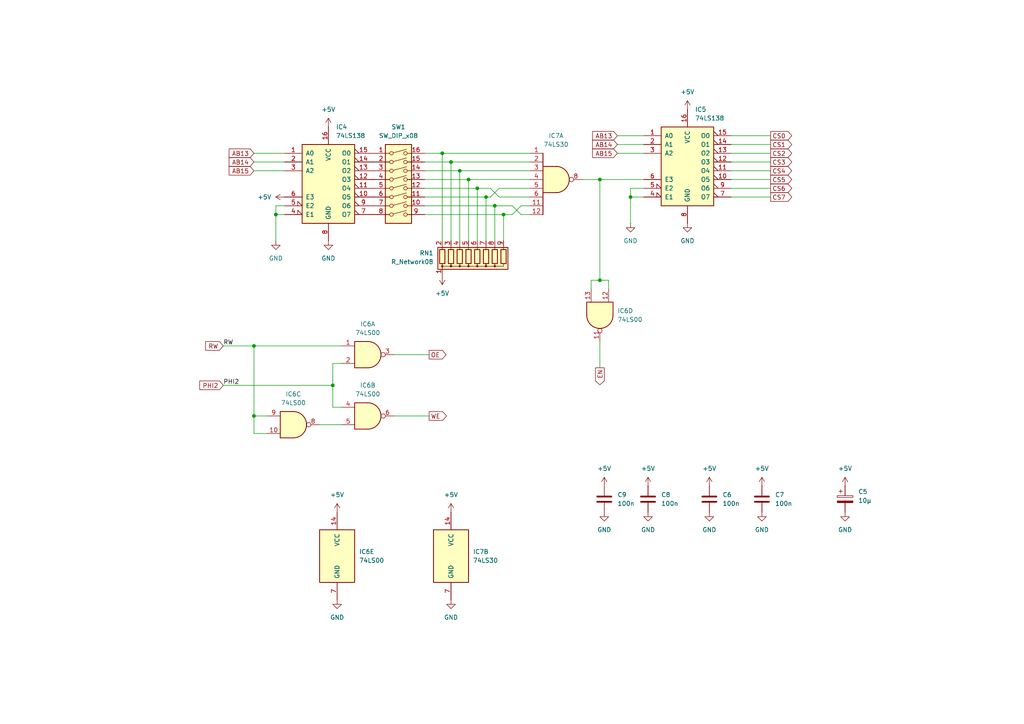
<source format=kicad_sch>
(kicad_sch (version 20231120) (generator "eeschema") (generator_version "8.0")
  (paper "A4")
  (lib_symbols
    (symbol "74xx:74LS00" (pin_names (offset 1.016))
      (property "Reference" "U" (at 0 1.27 0))
      (property "Value" "74LS00" (at 0 -1.27 0))
      (symbol "74LS00_1_1"
        (arc (start 0 -3.81) (mid 3.7934 0) (end 0 3.81) (stroke (width 0.254)) (fill (type background)))
        (polyline (pts (xy 0 3.81) (xy -3.81 3.81) (xy -3.81 -3.81) (xy 0 -3.81)) (stroke (width 0.254)) (fill (type background)))
        (pin input line (at -7.62 2.54 0) (length 3.81) (name "~") (number "1"))
        (pin input line (at -7.62 -2.54 0) (length 3.81) (name "~") (number "2"))
        (pin output inverted (at 7.62 0 180) (length 3.81) (name "~") (number "3"))
      )
      (symbol "74LS00_1_2"
        (arc (start -3.81 -3.81) (mid -2.589 0) (end -3.81 3.81) (stroke (width 0.254)))
        (arc (start -0.6096 -3.81) (mid 2.1842 -2.5851) (end 3.81 0) (stroke (width 0.254)) (fill (type background)))
        (polyline (pts (xy -3.81 -3.81) (xy -0.635 -3.81)) (stroke (width 0.254)) (fill (type background)))
        (polyline (pts (xy -3.81 3.81) (xy -0.635 3.81)) (stroke (width 0.254)) (fill (type background)))
        (polyline (pts (xy -0.635 3.81) (xy -3.81 3.81) (xy -3.81 3.81) (xy -3.556 3.4036) (xy -3.0226 2.2606) (xy -2.6924 1.0414) (xy -2.6162 -0.254) (xy -2.7686 -1.4986) (xy -3.175 -2.7178) (xy -3.81 -3.81) (xy -3.81 -3.81) (xy -0.635 -3.81)) (stroke (width -25.4)) (fill (type background)))
        (arc (start 3.81 0) (mid 2.1915 2.5936) (end -0.6096 3.81) (stroke (width 0.254)) (fill (type background)))
        (pin input inverted (at -7.62 2.54 0) (length 4.318) (name "~") (number "1"))
        (pin input inverted (at -7.62 -2.54 0) (length 4.318) (name "~") (number "2"))
        (pin output line (at 7.62 0 180) (length 3.81) (name "~") (number "3"))
      )
      (symbol "74LS00_2_1"
        (arc (start 0 -3.81) (mid 3.7934 0) (end 0 3.81) (stroke (width 0.254)) (fill (type background)))
        (polyline (pts (xy 0 3.81) (xy -3.81 3.81) (xy -3.81 -3.81) (xy 0 -3.81)) (stroke (width 0.254)) (fill (type background)))
        (pin input line (at -7.62 2.54 0) (length 3.81) (name "~") (number "4"))
        (pin input line (at -7.62 -2.54 0) (length 3.81) (name "~") (number "5"))
        (pin output inverted (at 7.62 0 180) (length 3.81) (name "~") (number "6"))
      )
      (symbol "74LS00_2_2"
        (arc (start -3.81 -3.81) (mid -2.589 0) (end -3.81 3.81) (stroke (width 0.254)))
        (arc (start -0.6096 -3.81) (mid 2.1842 -2.5851) (end 3.81 0) (stroke (width 0.254)) (fill (type background)))
        (polyline (pts (xy -3.81 -3.81) (xy -0.635 -3.81)) (stroke (width 0.254)) (fill (type background)))
        (polyline (pts (xy -3.81 3.81) (xy -0.635 3.81)) (stroke (width 0.254)) (fill (type background)))
        (polyline (pts (xy -0.635 3.81) (xy -3.81 3.81) (xy -3.81 3.81) (xy -3.556 3.4036) (xy -3.0226 2.2606) (xy -2.6924 1.0414) (xy -2.6162 -0.254) (xy -2.7686 -1.4986) (xy -3.175 -2.7178) (xy -3.81 -3.81) (xy -3.81 -3.81) (xy -0.635 -3.81)) (stroke (width -25.4)) (fill (type background)))
        (arc (start 3.81 0) (mid 2.1915 2.5936) (end -0.6096 3.81) (stroke (width 0.254)) (fill (type background)))
        (pin input inverted (at -7.62 2.54 0) (length 4.318) (name "~") (number "4"))
        (pin input inverted (at -7.62 -2.54 0) (length 4.318) (name "~") (number "5"))
        (pin output line (at 7.62 0 180) (length 3.81) (name "~") (number "6"))
      )
      (symbol "74LS00_3_1"
        (arc (start 0 -3.81) (mid 3.7934 0) (end 0 3.81) (stroke (width 0.254)) (fill (type background)))
        (polyline (pts (xy 0 3.81) (xy -3.81 3.81) (xy -3.81 -3.81) (xy 0 -3.81)) (stroke (width 0.254)) (fill (type background)))
        (pin input line (at -7.62 -2.54 0) (length 3.81) (name "~") (number "10"))
        (pin output inverted (at 7.62 0 180) (length 3.81) (name "~") (number "8"))
        (pin input line (at -7.62 2.54 0) (length 3.81) (name "~") (number "9"))
      )
      (symbol "74LS00_3_2"
        (arc (start -3.81 -3.81) (mid -2.589 0) (end -3.81 3.81) (stroke (width 0.254)))
        (arc (start -0.6096 -3.81) (mid 2.1842 -2.5851) (end 3.81 0) (stroke (width 0.254)) (fill (type background)))
        (polyline (pts (xy -3.81 -3.81) (xy -0.635 -3.81)) (stroke (width 0.254)) (fill (type background)))
        (polyline (pts (xy -3.81 3.81) (xy -0.635 3.81)) (stroke (width 0.254)) (fill (type background)))
        (polyline (pts (xy -0.635 3.81) (xy -3.81 3.81) (xy -3.81 3.81) (xy -3.556 3.4036) (xy -3.0226 2.2606) (xy -2.6924 1.0414) (xy -2.6162 -0.254) (xy -2.7686 -1.4986) (xy -3.175 -2.7178) (xy -3.81 -3.81) (xy -3.81 -3.81) (xy -0.635 -3.81)) (stroke (width -25.4)) (fill (type background)))
        (arc (start 3.81 0) (mid 2.1915 2.5936) (end -0.6096 3.81) (stroke (width 0.254)) (fill (type background)))
        (pin input inverted (at -7.62 -2.54 0) (length 4.318) (name "~") (number "10"))
        (pin output line (at 7.62 0 180) (length 3.81) (name "~") (number "8"))
        (pin input inverted (at -7.62 2.54 0) (length 4.318) (name "~") (number "9"))
      )
      (symbol "74LS00_4_1"
        (arc (start 0 -3.81) (mid 3.7934 0) (end 0 3.81) (stroke (width 0.254)) (fill (type background)))
        (polyline (pts (xy 0 3.81) (xy -3.81 3.81) (xy -3.81 -3.81) (xy 0 -3.81)) (stroke (width 0.254)) (fill (type background)))
        (pin output inverted (at 7.62 0 180) (length 3.81) (name "~") (number "11"))
        (pin input line (at -7.62 2.54 0) (length 3.81) (name "~") (number "12"))
        (pin input line (at -7.62 -2.54 0) (length 3.81) (name "~") (number "13"))
      )
      (symbol "74LS00_4_2"
        (arc (start -3.81 -3.81) (mid -2.589 0) (end -3.81 3.81) (stroke (width 0.254)))
        (arc (start -0.6096 -3.81) (mid 2.1842 -2.5851) (end 3.81 0) (stroke (width 0.254)) (fill (type background)))
        (polyline (pts (xy -3.81 -3.81) (xy -0.635 -3.81)) (stroke (width 0.254)) (fill (type background)))
        (polyline (pts (xy -3.81 3.81) (xy -0.635 3.81)) (stroke (width 0.254)) (fill (type background)))
        (polyline (pts (xy -0.635 3.81) (xy -3.81 3.81) (xy -3.81 3.81) (xy -3.556 3.4036) (xy -3.0226 2.2606) (xy -2.6924 1.0414) (xy -2.6162 -0.254) (xy -2.7686 -1.4986) (xy -3.175 -2.7178) (xy -3.81 -3.81) (xy -3.81 -3.81) (xy -0.635 -3.81)) (stroke (width -25.4)) (fill (type background)))
        (arc (start 3.81 0) (mid 2.1915 2.5936) (end -0.6096 3.81) (stroke (width 0.254)) (fill (type background)))
        (pin output line (at 7.62 0 180) (length 3.81) (name "~") (number "11"))
        (pin input inverted (at -7.62 2.54 0) (length 4.318) (name "~") (number "12"))
        (pin input inverted (at -7.62 -2.54 0) (length 4.318) (name "~") (number "13"))
      )
      (symbol "74LS00_5_0"
        (pin power_in line (at 0 12.7 270) (length 5.08) (name "VCC") (number "14"))
        (pin power_in line (at 0 -12.7 90) (length 5.08) (name "GND") (number "7"))
      )
      (symbol "74LS00_5_1"
        (rectangle (start -5.08 7.62) (end 5.08 -7.62) (stroke (width 0.254)) (fill (type background)))
      )
    )
    (symbol "74xx:74LS138" (pin_names (offset 1.016))
      (property "Reference" "U" (at -7.62 11.43 0))
      (property "Value" "74LS138" (at -7.62 -13.97 0))
      (symbol "74LS138_1_0"
        (pin input line (at -12.7 7.62 0) (length 5.08) (name "A0") (number "1"))
        (pin output output_low (at 12.7 -5.08 180) (length 5.08) (name "O5") (number "10"))
        (pin output output_low (at 12.7 -2.54 180) (length 5.08) (name "O4") (number "11"))
        (pin output output_low (at 12.7 0 180) (length 5.08) (name "O3") (number "12"))
        (pin output output_low (at 12.7 2.54 180) (length 5.08) (name "O2") (number "13"))
        (pin output output_low (at 12.7 5.08 180) (length 5.08) (name "O1") (number "14"))
        (pin output output_low (at 12.7 7.62 180) (length 5.08) (name "O0") (number "15"))
        (pin power_in line (at 0 15.24 270) (length 5.08) (name "VCC") (number "16"))
        (pin input line (at -12.7 5.08 0) (length 5.08) (name "A1") (number "2"))
        (pin input line (at -12.7 2.54 0) (length 5.08) (name "A2") (number "3"))
        (pin input input_low (at -12.7 -10.16 0) (length 5.08) (name "E1") (number "4"))
        (pin input input_low (at -12.7 -7.62 0) (length 5.08) (name "E2") (number "5"))
        (pin input line (at -12.7 -5.08 0) (length 5.08) (name "E3") (number "6"))
        (pin output output_low (at 12.7 -10.16 180) (length 5.08) (name "O7") (number "7"))
        (pin power_in line (at 0 -17.78 90) (length 5.08) (name "GND") (number "8"))
        (pin output output_low (at 12.7 -7.62 180) (length 5.08) (name "O6") (number "9"))
      )
      (symbol "74LS138_1_1"
        (rectangle (start -7.62 10.16) (end 7.62 -12.7) (stroke (width 0.254)) (fill (type background)))
      )
    )
    (symbol "74xx:74LS30" (pin_names (offset 1.016))
      (property "Reference" "U" (at 0 1.27 0))
      (property "Value" "74LS30" (at 0 -1.27 0))
      (symbol "74LS30_1_1"
        (arc (start 0 -3.81) (mid 3.7934 0) (end 0 3.81) (stroke (width 0.254)) (fill (type background)))
        (polyline (pts (xy -3.81 7.62) (xy -3.81 -10.16)) (stroke (width 0.254)))
        (polyline (pts (xy 0 3.81) (xy -3.81 3.81) (xy -3.81 -3.81) (xy 0 -3.81)) (stroke (width 0.254)) (fill (type background)))
        (pin input line (at -7.62 7.62 0) (length 3.81) (name "~") (number "1"))
        (pin input line (at -7.62 -7.62 0) (length 3.81) (name "~") (number "11"))
        (pin input line (at -7.62 -10.16 0) (length 3.81) (name "~") (number "12"))
        (pin input line (at -7.62 5.08 0) (length 3.81) (name "~") (number "2"))
        (pin input line (at -7.62 2.54 0) (length 3.81) (name "~") (number "3"))
        (pin input line (at -7.62 0 0) (length 3.81) (name "~") (number "4"))
        (pin input line (at -7.62 -2.54 0) (length 3.81) (name "~") (number "5"))
        (pin input line (at -7.62 -5.08 0) (length 3.81) (name "~") (number "6"))
        (pin output inverted (at 7.62 0 180) (length 3.81) (name "~") (number "8"))
      )
      (symbol "74LS30_1_2"
        (arc (start -3.81 -3.81) (mid -2.589 0) (end -3.81 3.81) (stroke (width 0.254)))
        (arc (start -0.6096 -3.81) (mid 2.1842 -2.5851) (end 3.81 0) (stroke (width 0.254)) (fill (type background)))
        (polyline (pts (xy -3.81 -3.81) (xy -3.81 -10.16)) (stroke (width 0.254)))
        (polyline (pts (xy -3.81 -3.81) (xy -0.635 -3.81)) (stroke (width 0.254)) (fill (type background)))
        (polyline (pts (xy -3.81 3.81) (xy -0.635 3.81)) (stroke (width 0.254)) (fill (type background)))
        (polyline (pts (xy -3.81 7.62) (xy -3.81 3.81)) (stroke (width 0.254)))
        (polyline (pts (xy -0.635 3.81) (xy -3.81 3.81) (xy -3.81 3.81) (xy -3.556 3.4036) (xy -3.0226 2.2606) (xy -2.6924 1.0414) (xy -2.6162 -0.254) (xy -2.7686 -1.4986) (xy -3.175 -2.7178) (xy -3.81 -3.81) (xy -3.81 -3.81) (xy -0.635 -3.81)) (stroke (width -25.4)) (fill (type background)))
        (arc (start 3.81 0) (mid 2.1915 2.5936) (end -0.6096 3.81) (stroke (width 0.254)) (fill (type background)))
        (pin input inverted (at -7.62 7.62 0) (length 3.81) (name "~") (number "1"))
        (pin input inverted (at -7.62 -7.62 0) (length 3.81) (name "~") (number "11"))
        (pin input inverted (at -7.62 -10.16 0) (length 3.81) (name "~") (number "12"))
        (pin input inverted (at -7.62 5.08 0) (length 3.81) (name "~") (number "2"))
        (pin input inverted (at -7.62 2.54 0) (length 4.5466) (name "~") (number "3"))
        (pin input inverted (at -7.62 0 0) (length 5.08) (name "~") (number "4"))
        (pin input inverted (at -7.62 -2.54 0) (length 4.5466) (name "~") (number "5"))
        (pin input inverted (at -7.62 -5.08 0) (length 3.81) (name "~") (number "6"))
        (pin output line (at 7.62 0 180) (length 3.81) (name "~") (number "8"))
      )
      (symbol "74LS30_2_0"
        (pin power_in line (at 0 12.7 270) (length 5.08) (name "VCC") (number "14"))
        (pin power_in line (at 0 -12.7 90) (length 5.08) (name "GND") (number "7"))
      )
      (symbol "74LS30_2_1"
        (rectangle (start -5.08 7.62) (end 5.08 -7.62) (stroke (width 0.254)) (fill (type background)))
      )
    )
    (symbol "Device:C" (pin_numbers hide) (pin_names (offset 0.254))
      (property "Reference" "C" (at 0.635 2.54 0))
      (property "Value" "C" (at 0.635 -2.54 0))
      (symbol "C_0_1"
        (polyline (pts (xy -2.032 -0.762) (xy 2.032 -0.762)) (stroke (width 0.508)))
        (polyline (pts (xy -2.032 0.762) (xy 2.032 0.762)) (stroke (width 0.508)))
      )
      (symbol "C_1_1"
        (pin passive line (at 0 3.81 270) (length 2.794) (name "~") (number "1"))
        (pin passive line (at 0 -3.81 90) (length 2.794) (name "~") (number "2"))
      )
    )
    (symbol "Device:C_Polarized" (pin_numbers hide) (pin_names (offset 0.254))
      (property "Reference" "C" (at 0.635 2.54 0))
      (property "Value" "C_Polarized" (at 0.635 -2.54 0))
      (symbol "C_Polarized_0_1"
        (rectangle (start -2.286 0.508) (end 2.286 1.016))
        (polyline (pts (xy -1.778 2.286) (xy -0.762 2.286)))
        (polyline (pts (xy -1.27 2.794) (xy -1.27 1.778)))
        (rectangle (start 2.286 -0.508) (end -2.286 -1.016) (fill (type outline)))
      )
      (symbol "C_Polarized_1_1"
        (pin passive line (at 0 3.81 270) (length 2.794) (name "~") (number "1"))
        (pin passive line (at 0 -3.81 90) (length 2.794) (name "~") (number "2"))
      )
    )
    (symbol "Device:R_Network08" (pin_names (offset 0) hide)
      (property "Reference" "RN" (at -12.7 0 90))
      (property "Value" "R_Network08" (at 10.16 0 90))
      (symbol "R_Network08_0_1"
        (rectangle (start -11.43 -3.175) (end 8.89 3.175) (stroke (width 0.254)) (fill (type background)))
        (rectangle (start -10.922 1.524) (end -9.398 -2.54) (stroke (width 0.254)))
        (circle (center -10.16 2.286) (radius 0.254) (fill (type outline)))
        (rectangle (start -8.382 1.524) (end -6.858 -2.54) (stroke (width 0.254)))
        (circle (center -7.62 2.286) (radius 0.254) (fill (type outline)))
        (rectangle (start -5.842 1.524) (end -4.318 -2.54) (stroke (width 0.254)))
        (circle (center -5.08 2.286) (radius 0.254) (fill (type outline)))
        (rectangle (start -3.302 1.524) (end -1.778 -2.54) (stroke (width 0.254)))
        (circle (center -2.54 2.286) (radius 0.254) (fill (type outline)))
        (rectangle (start -0.762 1.524) (end 0.762 -2.54) (stroke (width 0.254)))
        (polyline (pts (xy -10.16 -2.54) (xy -10.16 -3.81)))
        (polyline (pts (xy -7.62 -2.54) (xy -7.62 -3.81)))
        (polyline (pts (xy -5.08 -2.54) (xy -5.08 -3.81)))
        (polyline (pts (xy -2.54 -2.54) (xy -2.54 -3.81)))
        (polyline (pts (xy 0 -2.54) (xy 0 -3.81)))
        (polyline (pts (xy 2.54 -2.54) (xy 2.54 -3.81)))
        (polyline (pts (xy 5.08 -2.54) (xy 5.08 -3.81)))
        (polyline (pts (xy 7.62 -2.54) (xy 7.62 -3.81)))
        (polyline (pts (xy -10.16 1.524) (xy -10.16 2.286) (xy -7.62 2.286) (xy -7.62 1.524)))
        (polyline (pts (xy -7.62 1.524) (xy -7.62 2.286) (xy -5.08 2.286) (xy -5.08 1.524)))
        (polyline (pts (xy -5.08 1.524) (xy -5.08 2.286) (xy -2.54 2.286) (xy -2.54 1.524)))
        (polyline (pts (xy -2.54 1.524) (xy -2.54 2.286) (xy 0 2.286) (xy 0 1.524)))
        (polyline (pts (xy 0 1.524) (xy 0 2.286) (xy 2.54 2.286) (xy 2.54 1.524)))
        (polyline (pts (xy 2.54 1.524) (xy 2.54 2.286) (xy 5.08 2.286) (xy 5.08 1.524)))
        (polyline (pts (xy 5.08 1.524) (xy 5.08 2.286) (xy 7.62 2.286) (xy 7.62 1.524)))
        (circle (center 0 2.286) (radius 0.254) (fill (type outline)))
        (rectangle (start 1.778 1.524) (end 3.302 -2.54) (stroke (width 0.254)))
        (circle (center 2.54 2.286) (radius 0.254) (fill (type outline)))
        (rectangle (start 4.318 1.524) (end 5.842 -2.54) (stroke (width 0.254)))
        (circle (center 5.08 2.286) (radius 0.254) (fill (type outline)))
        (rectangle (start 6.858 1.524) (end 8.382 -2.54) (stroke (width 0.254)))
      )
      (symbol "R_Network08_1_1"
        (pin passive line (at -10.16 5.08 270) (length 2.54) (name "common") (number "1"))
        (pin passive line (at -10.16 -5.08 90) (length 1.27) (name "R1") (number "2"))
        (pin passive line (at -7.62 -5.08 90) (length 1.27) (name "R2") (number "3"))
        (pin passive line (at -5.08 -5.08 90) (length 1.27) (name "R3") (number "4"))
        (pin passive line (at -2.54 -5.08 90) (length 1.27) (name "R4") (number "5"))
        (pin passive line (at 0 -5.08 90) (length 1.27) (name "R5") (number "6"))
        (pin passive line (at 2.54 -5.08 90) (length 1.27) (name "R6") (number "7"))
        (pin passive line (at 5.08 -5.08 90) (length 1.27) (name "R7") (number "8"))
        (pin passive line (at 7.62 -5.08 90) (length 1.27) (name "R8") (number "9"))
      )
    )
    (symbol "Switch:SW_DIP_x08" (pin_names (offset 0) hide)
      (property "Reference" "SW" (at 0 13.97 0))
      (property "Value" "SW_DIP_x08" (at 0 -11.43 0))
      (symbol "SW_DIP_x08_0_0"
        (circle (center -2.032 -7.62) (radius 0.508))
        (circle (center -2.032 -5.08) (radius 0.508))
        (circle (center -2.032 -2.54) (radius 0.508))
        (circle (center -2.032 0) (radius 0.508))
        (circle (center -2.032 2.54) (radius 0.508))
        (circle (center -2.032 5.08) (radius 0.508))
        (circle (center -2.032 7.62) (radius 0.508))
        (circle (center -2.032 10.16) (radius 0.508))
        (polyline (pts (xy -1.524 -7.4676) (xy 2.3622 -6.4262)))
        (polyline (pts (xy -1.524 -4.9276) (xy 2.3622 -3.8862)))
        (polyline (pts (xy -1.524 -2.3876) (xy 2.3622 -1.3462)))
        (polyline (pts (xy -1.524 0.127) (xy 2.3622 1.1684)))
        (polyline (pts (xy -1.524 2.667) (xy 2.3622 3.7084)))
        (polyline (pts (xy -1.524 5.207) (xy 2.3622 6.2484)))
        (polyline (pts (xy -1.524 7.747) (xy 2.3622 8.7884)))
        (polyline (pts (xy -1.524 10.287) (xy 2.3622 11.3284)))
        (circle (center 2.032 -7.62) (radius 0.508))
        (circle (center 2.032 -5.08) (radius 0.508))
        (circle (center 2.032 -2.54) (radius 0.508))
        (circle (center 2.032 0) (radius 0.508))
        (circle (center 2.032 2.54) (radius 0.508))
        (circle (center 2.032 5.08) (radius 0.508))
        (circle (center 2.032 7.62) (radius 0.508))
        (circle (center 2.032 10.16) (radius 0.508))
      )
      (symbol "SW_DIP_x08_0_1"
        (rectangle (start -3.81 12.7) (end 3.81 -10.16) (stroke (width 0.254)) (fill (type background)))
      )
      (symbol "SW_DIP_x08_1_1"
        (pin passive line (at -7.62 10.16 0) (length 5.08) (name "~") (number "1"))
        (pin passive line (at 7.62 -5.08 180) (length 5.08) (name "~") (number "10"))
        (pin passive line (at 7.62 -2.54 180) (length 5.08) (name "~") (number "11"))
        (pin passive line (at 7.62 0 180) (length 5.08) (name "~") (number "12"))
        (pin passive line (at 7.62 2.54 180) (length 5.08) (name "~") (number "13"))
        (pin passive line (at 7.62 5.08 180) (length 5.08) (name "~") (number "14"))
        (pin passive line (at 7.62 7.62 180) (length 5.08) (name "~") (number "15"))
        (pin passive line (at 7.62 10.16 180) (length 5.08) (name "~") (number "16"))
        (pin passive line (at -7.62 7.62 0) (length 5.08) (name "~") (number "2"))
        (pin passive line (at -7.62 5.08 0) (length 5.08) (name "~") (number "3"))
        (pin passive line (at -7.62 2.54 0) (length 5.08) (name "~") (number "4"))
        (pin passive line (at -7.62 0 0) (length 5.08) (name "~") (number "5"))
        (pin passive line (at -7.62 -2.54 0) (length 5.08) (name "~") (number "6"))
        (pin passive line (at -7.62 -5.08 0) (length 5.08) (name "~") (number "7"))
        (pin passive line (at -7.62 -7.62 0) (length 5.08) (name "~") (number "8"))
        (pin passive line (at 7.62 -7.62 180) (length 5.08) (name "~") (number "9"))
      )
    )
    (symbol "power:+5V" (power) (pin_numbers hide) (pin_names (offset 0) hide)
      (property "Value" "+5V" (at 0 3.556 0))
      (symbol "+5V_0_1"
        (polyline (pts (xy -0.762 1.27) (xy 0 2.54)))
        (polyline (pts (xy 0 0) (xy 0 2.54)))
        (polyline (pts (xy 0 2.54) (xy 0.762 1.27)))
      )
      (symbol "+5V_1_1"
        (pin power_in line (at 0 0 90) (length 0) (name "~") (number "1"))
      )
    )
    (symbol "power:GND" (power) (pin_numbers hide) (pin_names (offset 0) hide)
      (property "Value" "GND" (at 0 -3.81 0))
      (symbol "GND_0_1"
        (polyline (pts (xy 0 0) (xy 0 -1.27) (xy 1.27 -1.27) (xy 0 -2.54) (xy -1.27 -1.27) (xy 0 -1.27)))
      )
      (symbol "GND_1_1"
        (pin power_in line (at 0 0 270) (length 0) (name "~") (number "1"))
      )
    )
  )
  (junction (at 173.99 52.07))
  (junction (at 140.97 57.15))
  (junction (at 128.27 44.45))
  (junction (at 73.66 120.65))
  (junction (at 138.43 54.61))
  (junction (at 96.52 111.76))
  (junction (at 143.51 59.69))
  (junction (at 135.89 52.07))
  (junction (at 146.05 62.23))
  (junction (at 182.88 57.15))
  (junction (at 73.66 100.33))
  (junction (at 80.01 62.23))
  (junction (at 133.35 49.53))
  (junction (at 173.99 81.28))
  (junction (at 130.81 46.99))
  (wire (pts (xy 73.66 120.65) (xy 73.66 125.73)))
  (wire (pts (xy 133.35 49.53) (xy 153.67 49.53)))
  (wire (pts (xy 142.24 54.61) (xy 144.78 57.15)))
  (wire (pts (xy 135.89 52.07) (xy 153.67 52.07)))
  (wire (pts (xy 212.09 46.99) (xy 223.52 46.99)))
  (wire (pts (xy 182.88 54.61) (xy 182.88 57.15)))
  (wire (pts (xy 123.19 54.61) (xy 138.43 54.61)))
  (wire (pts (xy 140.97 57.15) (xy 140.97 69.85)))
  (wire (pts (xy 148.59 62.23) (xy 151.13 59.69)))
  (wire (pts (xy 212.09 41.91) (xy 223.52 41.91)))
  (wire (pts (xy 171.45 81.28) (xy 173.99 81.28)))
  (wire (pts (xy 92.71 123.19) (xy 99.06 123.19)))
  (wire (pts (xy 114.3 120.65) (xy 124.46 120.65)))
  (wire (pts (xy 168.91 52.07) (xy 173.99 52.07)))
  (wire (pts (xy 82.55 59.69) (xy 80.01 59.69)))
  (wire (pts (xy 179.07 44.45) (xy 186.69 44.45)))
  (wire (pts (xy 140.97 57.15) (xy 142.24 57.15)))
  (wire (pts (xy 64.77 100.33) (xy 73.66 100.33)))
  (wire (pts (xy 151.13 59.69) (xy 153.67 59.69)))
  (wire (pts (xy 73.66 125.73) (xy 77.47 125.73)))
  (wire (pts (xy 212.09 54.61) (xy 223.52 54.61)))
  (wire (pts (xy 179.07 41.91) (xy 186.69 41.91)))
  (wire (pts (xy 173.99 99.06) (xy 173.99 106.68)))
  (wire (pts (xy 123.19 57.15) (xy 140.97 57.15)))
  (wire (pts (xy 143.51 59.69) (xy 148.59 59.69)))
  (wire (pts (xy 123.19 62.23) (xy 146.05 62.23)))
  (wire (pts (xy 176.53 81.28) (xy 176.53 83.82)))
  (wire (pts (xy 123.19 46.99) (xy 130.81 46.99)))
  (wire (pts (xy 130.81 46.99) (xy 153.67 46.99)))
  (wire (pts (xy 146.05 62.23) (xy 146.05 69.85)))
  (wire (pts (xy 212.09 44.45) (xy 223.52 44.45)))
  (wire (pts (xy 186.69 54.61) (xy 182.88 54.61)))
  (wire (pts (xy 128.27 44.45) (xy 128.27 69.85)))
  (wire (pts (xy 135.89 52.07) (xy 135.89 69.85)))
  (wire (pts (xy 143.51 59.69) (xy 143.51 69.85)))
  (wire (pts (xy 73.66 100.33) (xy 99.06 100.33)))
  (wire (pts (xy 144.78 57.15) (xy 153.67 57.15)))
  (wire (pts (xy 173.99 52.07) (xy 186.69 52.07)))
  (wire (pts (xy 148.59 59.69) (xy 151.13 62.23)))
  (wire (pts (xy 138.43 54.61) (xy 142.24 54.61)))
  (wire (pts (xy 142.24 57.15) (xy 144.78 54.61)))
  (wire (pts (xy 99.06 105.41) (xy 96.52 105.41)))
  (wire (pts (xy 144.78 54.61) (xy 153.67 54.61)))
  (wire (pts (xy 212.09 49.53) (xy 223.52 49.53)))
  (wire (pts (xy 96.52 105.41) (xy 96.52 111.76)))
  (wire (pts (xy 173.99 52.07) (xy 173.99 81.28)))
  (wire (pts (xy 96.52 118.11) (xy 99.06 118.11)))
  (wire (pts (xy 73.66 100.33) (xy 73.66 120.65)))
  (wire (pts (xy 77.47 120.65) (xy 73.66 120.65)))
  (wire (pts (xy 128.27 44.45) (xy 153.67 44.45)))
  (wire (pts (xy 146.05 62.23) (xy 148.59 62.23)))
  (wire (pts (xy 96.52 111.76) (xy 96.52 118.11)))
  (wire (pts (xy 212.09 39.37) (xy 223.52 39.37)))
  (wire (pts (xy 151.13 62.23) (xy 153.67 62.23)))
  (wire (pts (xy 138.43 54.61) (xy 138.43 69.85)))
  (wire (pts (xy 130.81 46.99) (xy 130.81 69.85)))
  (wire (pts (xy 64.77 111.76) (xy 96.52 111.76)))
  (wire (pts (xy 182.88 57.15) (xy 186.69 57.15)))
  (wire (pts (xy 80.01 59.69) (xy 80.01 62.23)))
  (wire (pts (xy 80.01 62.23) (xy 82.55 62.23)))
  (wire (pts (xy 133.35 49.53) (xy 133.35 69.85)))
  (wire (pts (xy 73.66 44.45) (xy 82.55 44.45)))
  (wire (pts (xy 114.3 102.87) (xy 124.46 102.87)))
  (wire (pts (xy 123.19 44.45) (xy 128.27 44.45)))
  (wire (pts (xy 123.19 59.69) (xy 143.51 59.69)))
  (wire (pts (xy 179.07 39.37) (xy 186.69 39.37)))
  (wire (pts (xy 80.01 62.23) (xy 80.01 69.85)))
  (wire (pts (xy 173.99 81.28) (xy 176.53 81.28)))
  (wire (pts (xy 123.19 49.53) (xy 133.35 49.53)))
  (wire (pts (xy 212.09 57.15) (xy 223.52 57.15)))
  (wire (pts (xy 123.19 52.07) (xy 135.89 52.07)))
  (wire (pts (xy 73.66 46.99) (xy 82.55 46.99)))
  (wire (pts (xy 212.09 52.07) (xy 223.52 52.07)))
  (wire (pts (xy 171.45 83.82) (xy 171.45 81.28)))
  (wire (pts (xy 73.66 49.53) (xy 82.55 49.53)))
  (wire (pts (xy 182.88 57.15) (xy 182.88 64.77)))
  (label "PHI2" (at 64.77 111.76 0))
  (label "RW" (at 64.77 100.33 0))
  (global_label "RW" (shape input) (at 64.77 100.33 180) (property "Intersheetrefs" "${INTERSHEET_REFS}" (effects (hide yes))))
  (global_label "CS4" (shape output) (at 223.52 49.53 0) (property "Intersheetrefs" "${INTERSHEET_REFS}" (effects (hide yes))))
  (global_label "AB14" (shape input) (at 179.07 41.91 180) (property "Intersheetrefs" "${INTERSHEET_REFS}" (effects (hide yes))))
  (global_label "CS0" (shape output) (at 223.52 39.37 0) (property "Intersheetrefs" "${INTERSHEET_REFS}" (effects (hide yes))))
  (global_label "EN" (shape output) (at 173.99 106.68 270) (property "Intersheetrefs" "${INTERSHEET_REFS}" (effects (hide yes))))
  (global_label "AB14" (shape input) (at 73.66 46.99 180) (property "Intersheetrefs" "${INTERSHEET_REFS}" (effects (hide yes))))
  (global_label "AB13" (shape input) (at 179.07 39.37 180) (property "Intersheetrefs" "${INTERSHEET_REFS}" (effects (hide yes))))
  (global_label "AB15" (shape input) (at 73.66 49.53 180) (property "Intersheetrefs" "${INTERSHEET_REFS}" (effects (hide yes))))
  (global_label "CS6" (shape output) (at 223.52 54.61 0) (property "Intersheetrefs" "${INTERSHEET_REFS}" (effects (hide yes))))
  (global_label "CS5" (shape output) (at 223.52 52.07 0) (property "Intersheetrefs" "${INTERSHEET_REFS}" (effects (hide yes))))
  (global_label "CS3" (shape output) (at 223.52 46.99 0) (property "Intersheetrefs" "${INTERSHEET_REFS}" (effects (hide yes))))
  (global_label "CS7" (shape output) (at 223.52 57.15 0) (property "Intersheetrefs" "${INTERSHEET_REFS}" (effects (hide yes))))
  (global_label "AB13" (shape input) (at 73.66 44.45 180) (property "Intersheetrefs" "${INTERSHEET_REFS}" (effects (hide yes))))
  (global_label "WE" (shape output) (at 124.46 120.65 0) (property "Intersheetrefs" "${INTERSHEET_REFS}" (effects (hide yes))))
  (global_label "AB15" (shape input) (at 179.07 44.45 180) (property "Intersheetrefs" "${INTERSHEET_REFS}" (effects (hide yes))))
  (global_label "OE" (shape output) (at 124.46 102.87 0) (property "Intersheetrefs" "${INTERSHEET_REFS}" (effects (hide yes))))
  (global_label "CS1" (shape output) (at 223.52 41.91 0) (property "Intersheetrefs" "${INTERSHEET_REFS}" (effects (hide yes))))
  (global_label "CS2" (shape output) (at 223.52 44.45 0) (property "Intersheetrefs" "${INTERSHEET_REFS}" (effects (hide yes))))
  (global_label "PHI2" (shape input) (at 64.77 111.76 180) (property "Intersheetrefs" "${INTERSHEET_REFS}" (effects (hide yes))))
  (symbol (lib_id "Device:C") (at 220.98 144.78 0) (unit 1)
    (property "Reference" "C7" (at 224.79 143.5099 0) (effects (justify left)))
    (property "Value" "100n" (at 224.79 146.0499 0) (effects (justify left)))
    (property "Footprint" "elektor:CAP-3" (effects (hide yes)))
    (property "Description" "Unpolarized capacitor" (effects (hide yes)))
  )
  (symbol (lib_id "power:+5V") (at 130.81 148.59 0) (unit 1)
    (property "Reference" "#PWR060" (effects (hide yes)))
    (property "Value" "+5V" (at 130.81 143.51 0))
    (property "Description" "Power symbol creates a global label with name \"+5V\"" (effects (hide yes)))
  )
  (symbol (lib_id "74xx:74LS00") (at 85.09 123.19 0) (unit 3)
    (property "Reference" "IC6" (at 85.0817 114.3 0))
    (property "Value" "74LS00" (at 85.0817 116.84 0))
    (property "Footprint" "elektor:DIL-14" (effects (hide yes)))
    (property "Datasheet" "http://www.ti.com/lit/gpn/sn74ls00" (effects (hide yes)))
    (property "Description" "quad 2-input NAND gate" (effects (hide yes)))
  )
  (symbol (lib_id "74xx:74LS138") (at 95.25 52.07 0) (unit 1)
    (property "Reference" "IC4" (at 97.4441 36.83 0) (effects (justify left)))
    (property "Value" "74LS138" (at 97.4441 39.37 0) (effects (justify left)))
    (property "Footprint" "elektor:DIL-16" (effects (hide yes)))
    (property "Datasheet" "http://www.ti.com/lit/gpn/sn74LS138" (effects (hide yes)))
    (property "Description" "Decoder 3 to 8 active low outputs" (effects (hide yes)))
  )
  (symbol (lib_id "74xx:74LS00") (at 97.79 161.29 0) (unit 5)
    (property "Reference" "IC6" (at 104.14 160.0199 0) (effects (justify left)))
    (property "Value" "74LS00" (at 104.14 162.5599 0) (effects (justify left)))
    (property "Footprint" "elektor:DIL-14" (effects (hide yes)))
    (property "Datasheet" "http://www.ti.com/lit/gpn/sn74ls00" (effects (hide yes)))
    (property "Description" "quad 2-input NAND gate" (effects (hide yes)))
  )
  (symbol (lib_id "power:+5V") (at 95.25 36.83 0) (unit 1)
    (property "Reference" "#PWR017" (effects (hide yes)))
    (property "Value" "+5V" (at 95.25 31.75 0))
    (property "Description" "Power symbol creates a global label with name \"+5V\"" (effects (hide yes)))
  )
  (symbol (lib_id "Device:C") (at 205.74 144.78 0) (unit 1)
    (property "Reference" "C6" (at 209.55 143.5099 0) (effects (justify left)))
    (property "Value" "100n" (at 209.55 146.0499 0) (effects (justify left)))
    (property "Footprint" "elektor:CAP-3" (effects (hide yes)))
    (property "Description" "Unpolarized capacitor" (effects (hide yes)))
  )
  (symbol (lib_id "power:GND") (at 205.74 148.59 0) (unit 1)
    (property "Reference" "#PWR023" (effects (hide yes)))
    (property "Value" "GND" (at 205.74 153.67 0))
    (property "Description" "Power symbol creates a global label with name \"GND\" , ground" (effects (hide yes)))
  )
  (symbol (lib_id "power:GND") (at 97.79 173.99 0) (unit 1)
    (property "Reference" "#PWR061" (effects (hide yes)))
    (property "Value" "GND" (at 97.79 179.07 0))
    (property "Description" "Power symbol creates a global label with name \"GND\" , ground" (effects (hide yes)))
  )
  (symbol (lib_id "74xx:74LS138") (at 199.39 46.99 0) (unit 1)
    (property "Reference" "IC5" (at 201.5841 31.75 0) (effects (justify left)))
    (property "Value" "74LS138" (at 201.5841 34.29 0) (effects (justify left)))
    (property "Footprint" "elektor:DIL-16" (effects (hide yes)))
    (property "Datasheet" "http://www.ti.com/lit/gpn/sn74LS138" (effects (hide yes)))
    (property "Description" "Decoder 3 to 8 active low outputs" (effects (hide yes)))
  )
  (symbol (lib_id "power:+5V") (at 199.39 31.75 0) (unit 1)
    (property "Reference" "#PWR020" (effects (hide yes)))
    (property "Value" "+5V" (at 199.39 26.67 0))
    (property "Description" "Power symbol creates a global label with name \"+5V\"" (effects (hide yes)))
  )
  (symbol (lib_id "power:+5V") (at 220.98 140.97 0) (unit 1)
    (property "Reference" "#PWR024" (effects (hide yes)))
    (property "Value" "+5V" (at 220.98 135.89 0))
    (property "Description" "Power symbol creates a global label with name \"+5V\"" (effects (hide yes)))
  )
  (symbol (lib_id "74xx:74LS00") (at 106.68 120.65 0) (unit 2)
    (property "Reference" "IC6" (at 106.6717 111.76 0))
    (property "Value" "74LS00" (at 106.6717 114.3 0))
    (property "Footprint" "elektor:DIL-14" (effects (hide yes)))
    (property "Datasheet" "http://www.ti.com/lit/gpn/sn74ls00" (effects (hide yes)))
    (property "Description" "quad 2-input NAND gate" (effects (hide yes)))
  )
  (symbol (lib_id "power:GND") (at 199.39 64.77 0) (unit 1)
    (property "Reference" "#PWR047" (effects (hide yes)))
    (property "Value" "GND" (at 199.39 69.85 0))
    (property "Description" "Power symbol creates a global label with name \"GND\" , ground" (effects (hide yes)))
  )
  (symbol (lib_id "power:GND") (at 130.81 173.99 0) (unit 1)
    (property "Reference" "#PWR063" (effects (hide yes)))
    (property "Value" "GND" (at 130.81 179.07 0))
    (property "Description" "Power symbol creates a global label with name \"GND\" , ground" (effects (hide yes)))
  )
  (symbol (lib_id "Device:C") (at 187.96 144.78 0) (unit 1)
    (property "Reference" "C8" (at 191.77 143.5099 0) (effects (justify left)))
    (property "Value" "100n" (at 191.77 146.0499 0) (effects (justify left)))
    (property "Footprint" "elektor:CAP-3" (effects (hide yes)))
    (property "Description" "Unpolarized capacitor" (effects (hide yes)))
  )
  (symbol (lib_id "74xx:74LS30") (at 130.81 161.29 0) (unit 2)
    (property "Reference" "IC7" (at 137.16 160.0199 0) (effects (justify left)))
    (property "Value" "74LS30" (at 137.16 162.5599 0) (effects (justify left)))
    (property "Footprint" "elektor:DIL-14" (effects (hide yes)))
    (property "Datasheet" "http://www.ti.com/lit/gpn/sn74LS30" (effects (hide yes)))
    (property "Description" "8-input NAND" (effects (hide yes)))
  )
  (symbol (lib_id "power:GND") (at 95.25 69.85 0) (unit 1)
    (property "Reference" "#PWR021" (effects (hide yes)))
    (property "Value" "GND" (at 95.25 74.93 0))
    (property "Description" "Power symbol creates a global label with name \"GND\" , ground" (effects (hide yes)))
  )
  (symbol (lib_id "power:+5V") (at 82.55 57.15 90) (unit 1)
    (property "Reference" "#PWR018" (effects (hide yes)))
    (property "Value" "+5V" (at 78.74 57.1499 90) (effects (justify left)))
    (property "Description" "Power symbol creates a global label with name \"+5V\"" (effects (hide yes)))
  )
  (symbol (lib_id "Device:C") (at 175.26 144.78 0) (unit 1)
    (property "Reference" "C9" (at 179.07 143.5099 0) (effects (justify left)))
    (property "Value" "100n" (at 179.07 146.0499 0) (effects (justify left)))
    (property "Footprint" "elektor:CAP-3" (effects (hide yes)))
    (property "Description" "Unpolarized capacitor" (effects (hide yes)))
  )
  (symbol (lib_id "power:+5V") (at 205.74 140.97 0) (unit 1)
    (property "Reference" "#PWR022" (effects (hide yes)))
    (property "Value" "+5V" (at 205.74 135.89 0))
    (property "Description" "Power symbol creates a global label with name \"+5V\"" (effects (hide yes)))
  )
  (symbol (lib_id "power:GND") (at 80.01 69.85 0) (unit 1)
    (property "Reference" "#PWR038" (effects (hide yes)))
    (property "Value" "GND" (at 80.01 74.93 0))
    (property "Description" "Power symbol creates a global label with name \"GND\" , ground" (effects (hide yes)))
  )
  (symbol (lib_id "power:+5V") (at 128.27 80.01 0) (mirror x) (unit 1)
    (property "Reference" "#PWR019" (effects (hide yes)))
    (property "Value" "+5V" (at 128.27 85.09 0))
    (property "Description" "Power symbol creates a global label with name \"+5V\"" (effects (hide yes)))
  )
  (symbol (lib_id "power:GND") (at 187.96 148.59 0) (unit 1)
    (property "Reference" "#PWR075" (effects (hide yes)))
    (property "Value" "GND" (at 187.96 153.67 0))
    (property "Description" "Power symbol creates a global label with name \"GND\" , ground" (effects (hide yes)))
  )
  (symbol (lib_id "74xx:74LS00") (at 173.99 91.44 270) (unit 4)
    (property "Reference" "IC6" (at 179.07 90.1616 90) (effects (justify left)))
    (property "Value" "74LS00" (at 179.07 92.7016 90) (effects (justify left)))
    (property "Footprint" "elektor:DIL-14" (effects (hide yes)))
    (property "Datasheet" "http://www.ti.com/lit/gpn/sn74ls00" (effects (hide yes)))
    (property "Description" "quad 2-input NAND gate" (effects (hide yes)))
  )
  (symbol (lib_id "power:GND") (at 220.98 148.59 0) (unit 1)
    (property "Reference" "#PWR025" (effects (hide yes)))
    (property "Value" "GND" (at 220.98 153.67 0))
    (property "Description" "Power symbol creates a global label with name \"GND\" , ground" (effects (hide yes)))
  )
  (symbol (lib_id "Device:R_Network08") (at 138.43 74.93 0) (mirror x) (unit 1)
    (property "Reference" "RN1" (at 125.73 73.4059 0) (effects (justify right)))
    (property "Value" "R_Network08" (at 125.73 75.9459 0) (effects (justify right)))
    (property "Footprint" "elektor:RES-NET-8" (effects (hide yes)))
    (property "Datasheet" "http://www.vishay.com/docs/31509/csc.pdf" (effects (hide yes)))
    (property "Description" "8 resistor network, star topology, bussed resistors, small symbol" (effects (hide yes)))
  )
  (symbol (lib_id "Device:C_Polarized") (at 245.11 144.78 0) (unit 1)
    (property "Reference" "C5" (at 248.92 142.6209 0) (effects (justify left)))
    (property "Value" "10µ" (at 248.92 145.1609 0) (effects (justify left)))
    (property "Footprint" "elektor:CAP-POL-3" (effects (hide yes)))
    (property "Description" "Polarized capacitor" (effects (hide yes)))
  )
  (symbol (lib_id "74xx:74LS30") (at 161.29 52.07 0) (unit 1)
    (property "Reference" "IC7" (at 161.2817 39.37 0))
    (property "Value" "74LS30" (at 161.2817 41.91 0))
    (property "Footprint" "elektor:DIL-14" (effects (hide yes)))
    (property "Datasheet" "http://www.ti.com/lit/gpn/sn74LS30" (effects (hide yes)))
    (property "Description" "8-input NAND" (effects (hide yes)))
  )
  (symbol (lib_id "power:GND") (at 175.26 148.59 0) (unit 1)
    (property "Reference" "#PWR077" (effects (hide yes)))
    (property "Value" "GND" (at 175.26 153.67 0))
    (property "Description" "Power symbol creates a global label with name \"GND\" , ground" (effects (hide yes)))
  )
  (symbol (lib_id "power:+5V") (at 175.26 140.97 0) (unit 1)
    (property "Reference" "#PWR076" (effects (hide yes)))
    (property "Value" "+5V" (at 175.26 135.89 0))
    (property "Description" "Power symbol creates a global label with name \"+5V\"" (effects (hide yes)))
  )
  (symbol (lib_id "power:+5V") (at 245.11 140.97 0) (unit 1)
    (property "Reference" "#PWR036" (effects (hide yes)))
    (property "Value" "+5V" (at 245.11 135.89 0))
    (property "Description" "Power symbol creates a global label with name \"+5V\"" (effects (hide yes)))
  )
  (symbol (lib_id "power:+5V") (at 187.96 140.97 0) (unit 1)
    (property "Reference" "#PWR074" (effects (hide yes)))
    (property "Value" "+5V" (at 187.96 135.89 0))
    (property "Description" "Power symbol creates a global label with name \"+5V\"" (effects (hide yes)))
  )
  (symbol (lib_id "Switch:SW_DIP_x08") (at 115.57 54.61 0) (unit 1)
    (property "Reference" "SW1" (at 115.57 36.83 0))
    (property "Value" "SW_DIP_x08" (at 115.57 39.37 0))
    (property "Footprint" "elektor:SW-8" (effects (hide yes)))
    (property "Description" "8x DIP Switch, Single Pole Single Throw (SPST) switch, small symbol" (effects (hide yes)))
  )
  (symbol (lib_id "power:+5V") (at 97.79 148.59 0) (unit 1)
    (property "Reference" "#PWR059" (effects (hide yes)))
    (property "Value" "+5V" (at 97.79 143.51 0))
    (property "Description" "Power symbol creates a global label with name \"+5V\"" (effects (hide yes)))
  )
  (symbol (lib_id "power:GND") (at 182.88 64.77 0) (unit 1)
    (property "Reference" "#PWR039" (effects (hide yes)))
    (property "Value" "GND" (at 182.88 69.85 0))
    (property "Description" "Power symbol creates a global label with name \"GND\" , ground" (effects (hide yes)))
  )
  (symbol (lib_id "power:GND") (at 245.11 148.59 0) (unit 1)
    (property "Reference" "#PWR037" (effects (hide yes)))
    (property "Value" "GND" (at 245.11 153.67 0))
    (property "Description" "Power symbol creates a global label with name \"GND\" , ground" (effects (hide yes)))
  )
  (symbol (lib_id "74xx:74LS00") (at 106.68 102.87 0) (unit 1)
    (property "Reference" "IC6" (at 106.6717 93.98 0))
    (property "Value" "74LS00" (at 106.6717 96.52 0))
    (property "Footprint" "elektor:DIL-14" (effects (hide yes)))
    (property "Datasheet" "http://www.ti.com/lit/gpn/sn74ls00" (effects (hide yes)))
    (property "Description" "quad 2-input NAND gate" (effects (hide yes)))
  )
)
</source>
